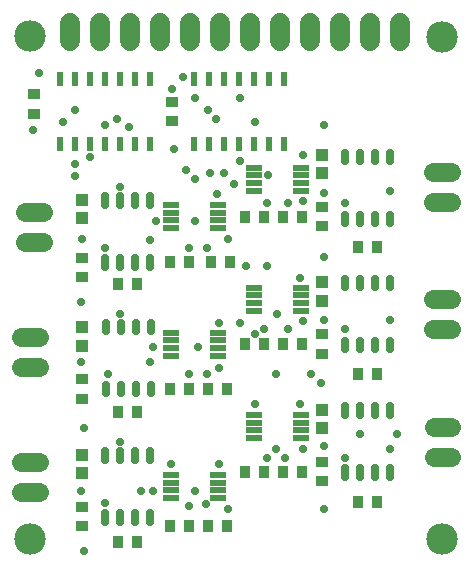
<source format=gbr>
G04 EAGLE Gerber RS-274X export*
G75*
%MOMM*%
%FSLAX34Y34*%
%LPD*%
%INSoldermask Top*%
%IPPOS*%
%AMOC8*
5,1,8,0,0,1.08239X$1,22.5*%
G01*
G04 Define Apertures*
%ADD10C,2.667000*%
%ADD11R,1.097200X1.047900*%
%ADD12R,0.925700X1.100900*%
%ADD13R,1.100900X0.925700*%
%ADD14C,0.677000*%
%ADD15R,1.346200X0.533400*%
%ADD16R,0.584200X1.244600*%
%ADD17C,1.651000*%
%ADD18C,1.627000*%
%ADD19C,0.731000*%
D10*
X25400Y451612D03*
X374650Y450850D03*
X25400Y25400D03*
X374650Y25400D03*
D11*
X69850Y297054D03*
X69850Y312546D03*
X69850Y189104D03*
X69850Y204596D03*
X273050Y335154D03*
X273050Y350646D03*
X273050Y227204D03*
X273050Y242696D03*
X273050Y119254D03*
X273050Y134746D03*
X69850Y81154D03*
X69850Y96646D03*
D12*
X178538Y260350D03*
X194842Y260350D03*
X144248Y36830D03*
X160552Y36830D03*
D13*
X69850Y52602D03*
X69850Y36298D03*
D12*
X116102Y22860D03*
X99798Y22860D03*
X239498Y298450D03*
X255802Y298450D03*
X207748Y298450D03*
X224052Y298450D03*
D13*
X273050Y306602D03*
X273050Y290298D03*
D12*
X319302Y273050D03*
X302998Y273050D03*
X239498Y190500D03*
X255802Y190500D03*
X207748Y190500D03*
X224052Y190500D03*
D13*
X273050Y198652D03*
X273050Y182348D03*
D12*
X144248Y260350D03*
X160552Y260350D03*
X319302Y165100D03*
X302998Y165100D03*
X239498Y82550D03*
X255802Y82550D03*
X207748Y82550D03*
X224052Y82550D03*
D13*
X273050Y90702D03*
X273050Y74398D03*
D12*
X319302Y57150D03*
X302998Y57150D03*
D13*
X69850Y263422D03*
X69850Y247118D03*
D12*
X116102Y241300D03*
X99798Y241300D03*
X175998Y152400D03*
X192302Y152400D03*
X144248Y152400D03*
X160552Y152400D03*
D13*
X69850Y160552D03*
X69850Y144248D03*
D12*
X116102Y133350D03*
X99798Y133350D03*
X175998Y36830D03*
X192302Y36830D03*
D14*
X88900Y256000D02*
X88900Y263000D01*
X101600Y263000D02*
X101600Y256000D01*
X114300Y256000D02*
X114300Y263000D01*
X127000Y263000D02*
X127000Y256000D01*
X127000Y308500D02*
X127000Y315500D01*
X114300Y315500D02*
X114300Y308500D01*
X101600Y308500D02*
X101600Y315500D01*
X88900Y315500D02*
X88900Y308500D01*
D15*
X215022Y339950D03*
X215022Y333450D03*
X215022Y326950D03*
X215022Y320450D03*
X254878Y320450D03*
X254878Y326950D03*
X254878Y333450D03*
X254878Y339950D03*
D14*
X292100Y193150D02*
X292100Y186150D01*
X304800Y186150D02*
X304800Y193150D01*
X317500Y193150D02*
X317500Y186150D01*
X330200Y186150D02*
X330200Y193150D01*
X330200Y238650D02*
X330200Y245650D01*
X317500Y245650D02*
X317500Y238650D01*
X304800Y238650D02*
X304800Y245650D01*
X292100Y245650D02*
X292100Y238650D01*
D15*
X215022Y238350D03*
X215022Y231850D03*
X215022Y225350D03*
X215022Y218850D03*
X254878Y218850D03*
X254878Y225350D03*
X254878Y231850D03*
X254878Y238350D03*
D14*
X292100Y85200D02*
X292100Y78200D01*
X304800Y78200D02*
X304800Y85200D01*
X317500Y85200D02*
X317500Y78200D01*
X330200Y78200D02*
X330200Y85200D01*
X330200Y130700D02*
X330200Y137700D01*
X317500Y137700D02*
X317500Y130700D01*
X304800Y130700D02*
X304800Y137700D01*
X292100Y137700D02*
X292100Y130700D01*
D15*
X215022Y130400D03*
X215022Y123900D03*
X215022Y117400D03*
X215022Y110900D03*
X254878Y110900D03*
X254878Y117400D03*
X254878Y123900D03*
X254878Y130400D03*
X145172Y308200D03*
X145172Y301700D03*
X145172Y295200D03*
X145172Y288700D03*
X185028Y288700D03*
X185028Y295200D03*
X185028Y301700D03*
X185028Y308200D03*
D14*
X89675Y155844D02*
X89675Y148844D01*
X102375Y148844D02*
X102375Y155844D01*
X115075Y155844D02*
X115075Y148844D01*
X127775Y148844D02*
X127775Y155844D01*
X127775Y201344D02*
X127775Y208344D01*
X115075Y208344D02*
X115075Y201344D01*
X102375Y201344D02*
X102375Y208344D01*
X89675Y208344D02*
X89675Y201344D01*
D15*
X145172Y200250D03*
X145172Y193750D03*
X145172Y187250D03*
X145172Y180750D03*
X185028Y180750D03*
X185028Y187250D03*
X185028Y193750D03*
X185028Y200250D03*
D14*
X88900Y47100D02*
X88900Y40100D01*
X101600Y40100D02*
X101600Y47100D01*
X114300Y47100D02*
X114300Y40100D01*
X127000Y40100D02*
X127000Y47100D01*
X127000Y92600D02*
X127000Y99600D01*
X114300Y99600D02*
X114300Y92600D01*
X101600Y92600D02*
X101600Y99600D01*
X88900Y99600D02*
X88900Y92600D01*
D15*
X145172Y79600D03*
X145172Y73100D03*
X145172Y66600D03*
X145172Y60100D03*
X185028Y60100D03*
X185028Y66600D03*
X185028Y73100D03*
X185028Y79600D03*
D14*
X292100Y292797D02*
X292100Y299797D01*
X304800Y299797D02*
X304800Y292797D01*
X317500Y292797D02*
X317500Y299797D01*
X330200Y299797D02*
X330200Y292797D01*
X330200Y345297D02*
X330200Y352297D01*
X317500Y352297D02*
X317500Y345297D01*
X304800Y345297D02*
X304800Y352297D01*
X292100Y352297D02*
X292100Y345297D01*
D13*
X146050Y379198D03*
X146050Y395502D03*
X28656Y401852D03*
X28656Y385548D03*
D16*
X50800Y359918D03*
X63500Y359918D03*
X76200Y359918D03*
X88900Y359918D03*
X101600Y359918D03*
X114300Y359918D03*
X127000Y359918D03*
X127000Y414782D03*
X114300Y414782D03*
X101600Y414782D03*
X88900Y414782D03*
X76200Y414782D03*
X63500Y414782D03*
X50800Y414782D03*
X164846Y359918D03*
X177546Y359918D03*
X190246Y359918D03*
X202946Y359918D03*
X215646Y359918D03*
X228346Y359918D03*
X241046Y359918D03*
X241046Y414782D03*
X228346Y414782D03*
X215646Y414782D03*
X202946Y414782D03*
X190246Y414782D03*
X177546Y414782D03*
X164846Y414782D03*
D17*
X59690Y447040D02*
X59690Y462280D01*
X85090Y462280D02*
X85090Y447040D01*
X110490Y447040D02*
X110490Y462280D01*
X135890Y462280D02*
X135890Y447040D01*
X161290Y447040D02*
X161290Y462280D01*
X186690Y462280D02*
X186690Y447040D01*
X212090Y447040D02*
X212090Y462280D01*
X237490Y462280D02*
X237490Y447040D01*
X262890Y447040D02*
X262890Y462280D01*
X288290Y462280D02*
X288290Y447040D01*
X313690Y447040D02*
X313690Y462280D01*
X339090Y462280D02*
X339090Y447040D01*
D18*
X367390Y95250D02*
X382390Y95250D01*
X382390Y120650D02*
X367390Y120650D01*
X367150Y203200D02*
X382150Y203200D01*
X382150Y228600D02*
X367150Y228600D01*
X367150Y311150D02*
X382150Y311150D01*
X382150Y336550D02*
X367150Y336550D01*
X36427Y302681D02*
X21427Y302681D01*
X21427Y277281D02*
X36427Y277281D01*
X32900Y196850D02*
X17900Y196850D01*
X17900Y171450D02*
X32900Y171450D01*
X32900Y90290D02*
X17900Y90290D01*
X17900Y64890D02*
X32900Y64890D01*
D19*
X33020Y420370D03*
X154940Y416560D03*
X147320Y355600D03*
X271780Y157480D03*
X68580Y226060D03*
X63500Y332740D03*
X193040Y279400D03*
X185420Y170180D03*
X185420Y208280D03*
X71120Y119380D03*
X193040Y50800D03*
X144780Y88900D03*
X185420Y88900D03*
X274320Y375920D03*
X274320Y264160D03*
X256540Y311376D03*
X256540Y350520D03*
X254000Y246380D03*
X256540Y209776D03*
X183924Y317500D03*
X215900Y139700D03*
X254000Y139700D03*
X256540Y101600D03*
X274320Y50800D03*
X71120Y15240D03*
X88900Y375920D03*
X109220Y374424D03*
X27940Y371875D03*
X53610Y378730D03*
X165100Y398780D03*
X146050Y406400D03*
X203172Y398780D03*
X63500Y388620D03*
X176304Y388620D03*
X182880Y381000D03*
X215900Y378460D03*
X99060Y381000D03*
X101600Y323850D03*
X198120Y326192D03*
X101600Y215900D03*
X234950Y215900D03*
X101600Y107950D03*
X233680Y101600D03*
X233680Y165100D03*
X263768Y165100D03*
X336550Y114300D03*
X304800Y114300D03*
X63500Y342900D03*
X157480Y337820D03*
X76200Y349024D03*
X203200Y345440D03*
X226060Y256540D03*
X208206Y256540D03*
X165100Y294640D03*
X132080Y294640D03*
X167640Y187960D03*
X129540Y187960D03*
X165100Y66040D03*
X129540Y66040D03*
X177800Y335280D03*
X165100Y330200D03*
X190020Y335280D03*
X227104Y333784D03*
X203200Y208280D03*
X215900Y198715D03*
X175260Y271780D03*
X160020Y271780D03*
X88900Y271780D03*
X69850Y279400D03*
X127000Y278356D03*
X91440Y165100D03*
X160020Y165100D03*
X175260Y165100D03*
X68580Y175260D03*
X127000Y175260D03*
X88900Y55880D03*
X174438Y55058D03*
X160020Y53340D03*
X68580Y66040D03*
X119380Y66040D03*
X226060Y309880D03*
X292100Y309880D03*
X243840Y309880D03*
X330200Y320040D03*
X274320Y318544D03*
X292100Y203200D03*
X243840Y203200D03*
X223894Y203574D03*
X330200Y210820D03*
X274320Y210820D03*
X241300Y93980D03*
X226060Y93980D03*
X292100Y93980D03*
X330200Y101600D03*
X274320Y104140D03*
M02*

</source>
